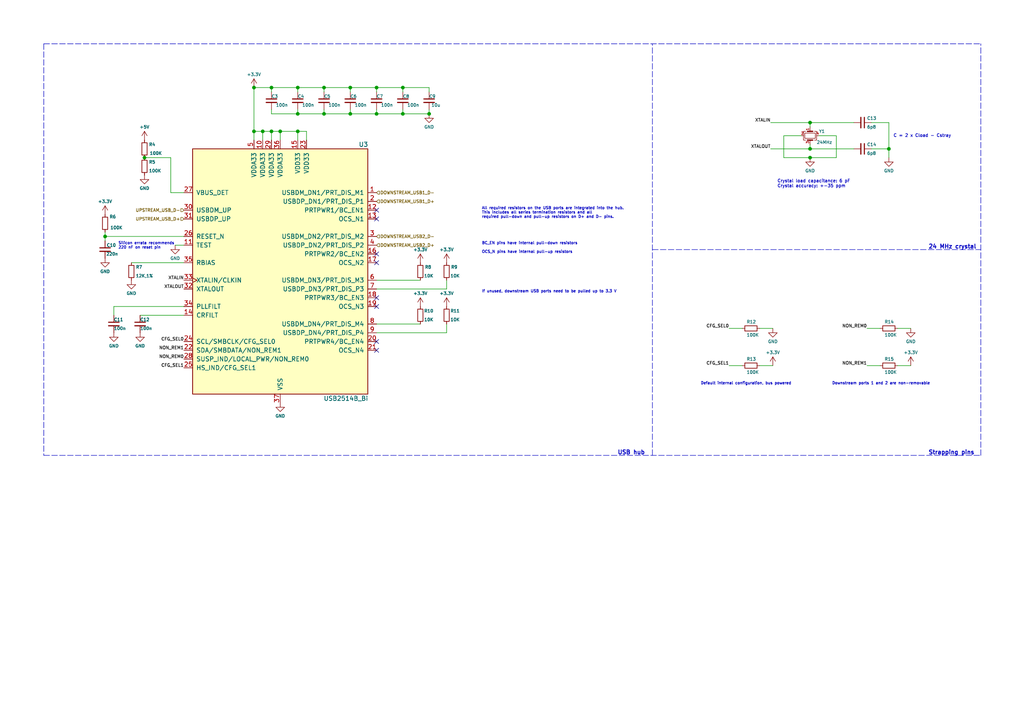
<source format=kicad_sch>
(kicad_sch (version 20211123) (generator eeschema)
  (paper "A4")
  (title_block (title "USB hub") (date "2025-02-16") (rev "1.0") (company "Copyright: Tomislav Milkovic"))
  (lib_symbols
    (symbol "Device:C_Small" (pin_numbers hide) (pin_names (offset 0.254) hide)
      (property "Reference" "C" (at 0.254 1.778 0))
      (property "Value" "C_Small" (at 0.254 -2.032 0))
      (symbol "C_Small_0_1"
        (polyline (pts (xy -1.524 -0.508) (xy 1.524 -0.508)) (stroke (width 0.3302)))
        (polyline (pts (xy -1.524 0.508) (xy 1.524 0.508)) (stroke (width 0.3048)))
      )
      (symbol "C_Small_1_1"
        (pin passive line (at 0 2.54 270) (length 2.032) (name "~") (number "1"))
        (pin passive line (at 0 -2.54 90) (length 2.032) (name "~") (number "2"))
      )
    )
    (symbol "Device:Crystal_GND24_Small" (pin_names (offset 1.016) hide)
      (property "Reference" "Y" (at 1.27 4.445 0))
      (property "Value" "Crystal_GND24_Small" (at 1.27 2.54 0))
      (symbol "Crystal_GND24_Small_0_1"
        (rectangle (start -0.762 -1.524) (end 0.762 1.524))
        (polyline (pts (xy -1.27 -0.762) (xy -1.27 0.762)) (stroke (width 0.381)))
        (polyline (pts (xy 1.27 -0.762) (xy 1.27 0.762)) (stroke (width 0.381)))
        (polyline (pts (xy -1.27 -1.27) (xy -1.27 -1.905) (xy 1.27 -1.905) (xy 1.27 -1.27)))
        (polyline (pts (xy -1.27 1.27) (xy -1.27 1.905) (xy 1.27 1.905) (xy 1.27 1.27)))
      )
      (symbol "Crystal_GND24_Small_1_1"
        (pin passive line (at -2.54 0 0) (length 1.27) (name "1") (number "1"))
        (pin passive line (at 0 -2.54 90) (length 0.635) (name "2") (number "2"))
        (pin passive line (at 2.54 0 180) (length 1.27) (name "3") (number "3"))
        (pin passive line (at 0 2.54 270) (length 0.635) (name "4") (number "4"))
      )
    )
    (symbol "Device:R_Small" (pin_numbers hide) (pin_names (offset 0.254) hide)
      (property "Reference" "R" (at 0.762 0.508 0))
      (property "Value" "R_Small" (at 0.762 -1.016 0))
      (symbol "R_Small_0_1"
        (rectangle (start -0.762 1.778) (end 0.762 -1.778) (stroke (width 0.2032)))
      )
      (symbol "R_Small_1_1"
        (pin passive line (at 0 2.54 270) (length 0.762) (name "~") (number "1"))
        (pin passive line (at 0 -2.54 90) (length 0.762) (name "~") (number "2"))
      )
    )
    (symbol "Interface_USB:USB2514B_Bi" (pin_names (offset 1.016))
      (property "Reference" "U" (at -17.78 40.64 0))
      (property "Value" "USB2514B_Bi" (at -20.32 38.1 0))
      (symbol "USB2514B_Bi_0_1"
        (rectangle (start -25.4 35.56) (end 25.4 -35.56) (stroke (width 0.254)) (fill (type background)))
      )
      (symbol "USB2514B_Bi_1_1"
        (pin bidirectional line (at 27.94 22.86 180) (length 2.54) (name "USBDM_DN1/PRT_DIS_M1") (number "1"))
        (pin power_in line (at -5.08 38.1 270) (length 2.54) (name "VDDA33") (number "10"))
        (pin input line (at -27.94 7.62 0) (length 2.54) (name "TEST") (number "11"))
        (pin bidirectional line (at 27.94 17.78 180) (length 2.54) (name "PRTPWR1/BC_EN1") (number "12"))
        (pin input line (at 27.94 15.24 180) (length 2.54) (name "OCS_N1") (number "13"))
        (pin input line (at -27.94 -12.7 0) (length 2.54) (name "CRFILT") (number "14"))
        (pin power_in line (at 5.08 38.1 270) (length 2.54) (name "VDD33") (number "15"))
        (pin bidirectional line (at 27.94 5.08 180) (length 2.54) (name "PRTPWR2/BC_EN2") (number "16"))
        (pin input line (at 27.94 2.54 180) (length 2.54) (name "OCS_N2") (number "17"))
        (pin bidirectional line (at 27.94 -7.62 180) (length 2.54) (name "PRTPWR3/BC_EN3") (number "18"))
        (pin input line (at 27.94 -10.16 180) (length 2.54) (name "OCS_N3") (number "19"))
        (pin bidirectional line (at 27.94 20.32 180) (length 2.54) (name "USBDP_DN1/PRT_DIS_P1") (number "2"))
        (pin bidirectional line (at 27.94 -20.32 180) (length 2.54) (name "PRTPWR4/BC_EN4") (number "20"))
        (pin input line (at 27.94 -22.86 180) (length 2.54) (name "OCS_N4") (number "21"))
        (pin bidirectional line (at -27.94 -22.86 0) (length 2.54) (name "SDA/SMBDATA/NON_REM1") (number "22"))
        (pin power_in line (at 7.62 38.1 270) (length 2.54) (name "VDD33") (number "23"))
        (pin bidirectional line (at -27.94 -20.32 0) (length 2.54) (name "SCL/SMBCLK/CFG_SEL0") (number "24"))
        (pin bidirectional line (at -27.94 -27.94 0) (length 2.54) (name "HS_IND/CFG_SEL1") (number "25"))
        (pin input line (at -27.94 10.16 0) (length 2.54) (name "RESET_N") (number "26"))
        (pin input line (at -27.94 22.86 0) (length 2.54) (name "VBUS_DET") (number "27"))
        (pin bidirectional line (at -27.94 -25.4 0) (length 2.54) (name "SUSP_IND/LOCAL_PWR/NON_REM0") (number "28"))
        (pin power_in line (at -2.54 38.1 270) (length 2.54) (name "VDDA33") (number "29"))
        (pin bidirectional line (at 27.94 10.16 180) (length 2.54) (name "USBDM_DN2/PRT_DIS_M2") (number "3"))
        (pin bidirectional line (at -27.94 17.78 0) (length 2.54) (name "USBDM_UP") (number "30"))
        (pin bidirectional line (at -27.94 15.24 0) (length 2.54) (name "USBDP_UP") (number "31"))
        (pin output line (at -27.94 -5.08 0) (length 2.54) (name "XTALOUT") (number "32"))
        (pin input clock (at -27.94 -2.54 0) (length 2.54) (name "XTALIN/CLKIN") (number "33"))
        (pin input line (at -27.94 -10.16 0) (length 2.54) (name "PLLFILT") (number "34"))
        (pin input line (at -27.94 2.54 0) (length 2.54) (name "RBIAS") (number "35"))
        (pin power_in line (at 0 38.1 270) (length 2.54) (name "VDDA33") (number "36"))
        (pin power_in line (at 0 -38.1 90) (length 2.54) (name "VSS") (number "37"))
        (pin bidirectional line (at 27.94 7.62 180) (length 2.54) (name "USBDP_DN2/PRT_DIS_P2") (number "4"))
        (pin power_in line (at -7.62 38.1 270) (length 2.54) (name "VDDA33") (number "5"))
        (pin bidirectional line (at 27.94 -2.54 180) (length 2.54) (name "USBDM_DN3/PRT_DIS_M3") (number "6"))
        (pin bidirectional line (at 27.94 -5.08 180) (length 2.54) (name "USBDP_DN3/PRT_DIS_P3") (number "7"))
        (pin bidirectional line (at 27.94 -15.24 180) (length 2.54) (name "USBDM_DN4/PRT_DIS_M4") (number "8"))
        (pin bidirectional line (at 27.94 -17.78 180) (length 2.54) (name "USBDP_DN4/PRT_DIS_P4") (number "9"))
      )
    )
    (symbol "power:+3.3V" (power) (pin_names (offset 0))
      (property "Value" "+3.3V" (at 0 3.556 0))
      (symbol "+3.3V_0_1"
        (polyline (pts (xy -0.762 1.27) (xy 0 2.54)))
        (polyline (pts (xy 0 0) (xy 0 2.54)))
        (polyline (pts (xy 0 2.54) (xy 0.762 1.27)))
      )
      (symbol "+3.3V_1_1"
        (pin power_in line (at 0 0 90) (length 0) hide (name "+3.3V") (number "1"))
      )
    )
    (symbol "power:+5V" (power) (pin_names (offset 0))
      (property "Value" "+5V" (at 0 3.556 0))
      (symbol "+5V_0_1"
        (polyline (pts (xy -0.762 1.27) (xy 0 2.54)))
        (polyline (pts (xy 0 0) (xy 0 2.54)))
        (polyline (pts (xy 0 2.54) (xy 0.762 1.27)))
      )
      (symbol "+5V_1_1"
        (pin power_in line (at 0 0 90) (length 0) hide (name "+5V") (number "1"))
      )
    )
    (symbol "power:GND" (power) (pin_names (offset 0))
      (property "Value" "GND" (at 0 -3.81 0))
      (symbol "GND_0_1"
        (polyline (pts (xy 0 0) (xy 0 -1.27) (xy 1.27 -1.27) (xy 0 -2.54) (xy -1.27 -1.27) (xy 0 -1.27)))
      )
      (symbol "GND_1_1"
        (pin power_in line (at 0 0 270) (length 0) hide (name "GND") (number "1"))
      )
    )
  )
  (junction (at 116.84 33.02))
  (junction (at 109.22 25.4))
  (junction (at 101.6 25.4))
  (junction (at 86.36 25.4))
  (junction (at 93.98 25.4))
  (junction (at 109.22 33.02))
  (junction (at 234.95 45.72))
  (junction (at 73.66 25.4))
  (junction (at 93.98 33.02))
  (junction (at 234.95 35.56))
  (junction (at 86.36 38.1))
  (junction (at 101.6 33.02))
  (junction (at 81.28 38.1))
  (junction (at 78.74 25.4))
  (junction (at 257.81 43.18))
  (junction (at 86.36 33.02))
  (junction (at 116.84 25.4))
  (junction (at 78.74 38.1))
  (junction (at 234.95 43.18))
  (junction (at 76.2 38.1))
  (junction (at 73.66 38.1))
  (junction (at 124.46 33.02))
  (junction (at 41.91 45.72))
  (junction (at 30.48 68.58))
  (no_connect (at 109.22 88.9))
  (no_connect (at 109.22 99.06))
  (no_connect (at 109.22 60.96))
  (no_connect (at 109.22 73.66))
  (no_connect (at 109.22 63.5))
  (no_connect (at 109.22 76.2))
  (no_connect (at 109.22 101.6))
  (no_connect (at 109.22 86.36))
  (wire (pts (xy 38.1 76.2) (xy 53.34 76.2)))
  (wire (pts (xy 234.95 35.56) (xy 247.65 35.56)))
  (polyline (pts (xy 189.23 72.39) (xy 284.48 72.39)))
  (wire (pts (xy 30.48 67.31) (xy 30.48 68.58)))
  (wire (pts (xy 86.36 38.1) (xy 88.9 38.1)))
  (wire (pts (xy 234.95 35.56) (xy 223.52 35.56)))
  (wire (pts (xy 81.28 38.1) (xy 86.36 38.1)))
  (wire (pts (xy 101.6 25.4) (xy 109.22 25.4)))
  (wire (pts (xy 86.36 40.64) (xy 86.36 38.1)))
  (wire (pts (xy 109.22 81.28) (xy 121.92 81.28)))
  (wire (pts (xy 81.28 40.64) (xy 81.28 38.1)))
  (wire (pts (xy 49.53 55.88) (xy 53.34 55.88)))
  (wire (pts (xy 78.74 31.75) (xy 78.74 33.02)))
  (wire (pts (xy 257.81 43.18) (xy 257.81 45.72)))
  (wire (pts (xy 242.57 39.37) (xy 242.57 45.72)))
  (wire (pts (xy 101.6 31.75) (xy 101.6 33.02)))
  (wire (pts (xy 116.84 25.4) (xy 116.84 26.67)))
  (wire (pts (xy 124.46 25.4) (xy 124.46 26.67)))
  (wire (pts (xy 73.66 25.4) (xy 78.74 25.4)))
  (wire (pts (xy 78.74 40.64) (xy 78.74 38.1)))
  (wire (pts (xy 78.74 25.4) (xy 86.36 25.4)))
  (wire (pts (xy 220.345 106.045) (xy 224.155 106.045)))
  (wire (pts (xy 93.98 26.67) (xy 93.98 25.4)))
  (wire (pts (xy 251.46 106.045) (xy 255.27 106.045)))
  (wire (pts (xy 234.95 41.91) (xy 234.95 43.18)))
  (wire (pts (xy 260.35 95.25) (xy 264.16 95.25)))
  (polyline (pts (xy 284.48 132.08) (xy 284.48 12.7)))
  (wire (pts (xy 86.36 31.75) (xy 86.36 33.02)))
  (wire (pts (xy 129.54 81.28) (xy 129.54 83.82)))
  (wire (pts (xy 220.345 95.25) (xy 224.155 95.25)))
  (wire (pts (xy 93.98 31.75) (xy 93.98 33.02)))
  (wire (pts (xy 227.33 45.72) (xy 234.95 45.72)))
  (polyline (pts (xy 12.7 12.7) (xy 12.7 132.08)))
  (wire (pts (xy 33.02 88.9) (xy 53.34 88.9)))
  (wire (pts (xy 260.35 106.045) (xy 264.16 106.045)))
  (wire (pts (xy 73.66 38.1) (xy 76.2 38.1)))
  (wire (pts (xy 50.8 71.12) (xy 53.34 71.12)))
  (wire (pts (xy 257.81 35.56) (xy 257.81 43.18)))
  (polyline (pts (xy 189.23 132.08) (xy 189.23 12.7)))
  (wire (pts (xy 227.33 39.37) (xy 227.33 45.72)))
  (wire (pts (xy 40.64 91.44) (xy 53.34 91.44)))
  (wire (pts (xy 227.33 39.37) (xy 232.41 39.37)))
  (wire (pts (xy 93.98 25.4) (xy 101.6 25.4)))
  (wire (pts (xy 252.73 43.18) (xy 257.81 43.18)))
  (wire (pts (xy 251.46 95.25) (xy 255.27 95.25)))
  (wire (pts (xy 101.6 26.67) (xy 101.6 25.4)))
  (wire (pts (xy 88.9 38.1) (xy 88.9 40.64)))
  (wire (pts (xy 234.95 43.18) (xy 223.52 43.18)))
  (wire (pts (xy 109.22 33.02) (xy 116.84 33.02)))
  (wire (pts (xy 76.2 38.1) (xy 78.74 38.1)))
  (wire (pts (xy 116.84 33.02) (xy 124.46 33.02)))
  (wire (pts (xy 30.48 68.58) (xy 53.34 68.58)))
  (wire (pts (xy 109.22 83.82) (xy 129.54 83.82)))
  (wire (pts (xy 109.22 31.75) (xy 109.22 33.02)))
  (wire (pts (xy 237.49 39.37) (xy 242.57 39.37)))
  (wire (pts (xy 234.95 36.83) (xy 234.95 35.56)))
  (wire (pts (xy 86.36 25.4) (xy 93.98 25.4)))
  (wire (pts (xy 41.91 45.72) (xy 49.53 45.72)))
  (wire (pts (xy 73.66 25.4) (xy 73.66 38.1)))
  (wire (pts (xy 30.48 69.85) (xy 30.48 68.58)))
  (wire (pts (xy 76.2 40.64) (xy 76.2 38.1)))
  (wire (pts (xy 124.46 33.02) (xy 124.46 31.75)))
  (wire (pts (xy 109.22 93.98) (xy 121.92 93.98)))
  (wire (pts (xy 109.22 96.52) (xy 129.54 96.52)))
  (polyline (pts (xy 12.7 132.08) (xy 284.48 132.08)))
  (wire (pts (xy 101.6 33.02) (xy 109.22 33.02)))
  (wire (pts (xy 234.95 43.18) (xy 247.65 43.18)))
  (wire (pts (xy 78.74 26.67) (xy 78.74 25.4)))
  (wire (pts (xy 234.95 45.72) (xy 242.57 45.72)))
  (wire (pts (xy 73.66 40.64) (xy 73.66 38.1)))
  (wire (pts (xy 109.22 25.4) (xy 109.22 26.67)))
  (wire (pts (xy 33.02 88.9) (xy 33.02 91.44)))
  (wire (pts (xy 93.98 33.02) (xy 101.6 33.02)))
  (wire (pts (xy 78.74 33.02) (xy 86.36 33.02)))
  (wire (pts (xy 49.53 45.72) (xy 49.53 55.88)))
  (wire (pts (xy 78.74 38.1) (xy 81.28 38.1)))
  (wire (pts (xy 86.36 33.02) (xy 93.98 33.02)))
  (wire (pts (xy 211.455 95.25) (xy 215.265 95.25)))
  (wire (pts (xy 129.54 96.52) (xy 129.54 93.98)))
  (wire (pts (xy 116.84 25.4) (xy 124.46 25.4)))
  (wire (pts (xy 211.455 106.045) (xy 215.265 106.045)))
  (wire (pts (xy 116.84 31.75) (xy 116.84 33.02)))
  (wire (pts (xy 257.81 35.56) (xy 252.73 35.56)))
  (wire (pts (xy 109.22 25.4) (xy 116.84 25.4)))
  (polyline (pts (xy 12.7 12.7) (xy 284.48 12.7)))
  (wire (pts (xy 86.36 26.67) (xy 86.36 25.4)))
  (text "Strapping pins" (at 269.24 132.08 0) (effects (font (size 1.1938 1.1938) (thickness 0.2388) bold) (justify left bottom)))
  (text "C = 2 x Cload - Cstray" (at 259.08 40.005 0) (effects (font (size 0.889 0.889)) (justify left bottom)))
  (text "USB hub" (at 179.07 132.08 0) (effects (font (size 1.1938 1.1938) (thickness 0.2388) bold) (justify left bottom)))
  (text "24 MHz crystal" (at 269.24 72.39 0) (effects (font (size 1.1938 1.1938) (thickness 0.2388) bold) (justify left bottom)))
  (text "BC_EN pins have internal pull-down resistors" (at 139.7 71.12 0) (effects (font (size 0.7874 0.7874)) (justify left bottom)))
  (text "Downstream ports 1 and 2 are non-removable" (at 241.3 111.76 0) (effects (font (size 0.7874 0.7874)) (justify left bottom)))
  (text "Silicon errata recommends\n220 nF on reset pin" (at 34.29 72.39 0) (effects (font (size 0.7874 0.7874)) (justify left bottom)))
  (text "All required resistors on the USB ports are integrated into the hub.\nThis includes all series termination resistors and all\nrequired pull-down and pull-up resistors on D+ and D- pins." (at 139.7 63.5 0) (effects (font (size 0.7874 0.7874)) (justify left bottom)))
  (text "If unused, downstream USB ports need to be pulled up to 3.3 V" (at 139.7 85.09 0) (effects (font (size 0.7874 0.7874)) (justify left bottom)))
  (text "Default internal configuration, bus powered" (at 203.2 111.76 0) (effects (font (size 0.7874 0.7874)) (justify left bottom)))
  (text "OCS_N pins have internal pull-up resistors" (at 139.7 73.66 0) (effects (font (size 0.7874 0.7874)) (justify left bottom)))
  (text "Crystal load capacitance: 6 pF\nCrystal accuracy: +-35 ppm" (at 225.425 54.61 0) (effects (font (size 0.889 0.889)) (justify left bottom)))
  (label "XTALIN" (at 223.52 35.56 180) (effects (font (size 0.889 0.889))))
  (label "CFG_SEL1" (at 211.455 106.045 180) (effects (font (size 0.889 0.889))))
  (label "NON_REM0" (at 53.34 104.14 180) (effects (font (size 0.889 0.889))))
  (label "XTALOUT" (at 53.34 83.82 180) (effects (font (size 0.889 0.889))))
  (label "NON_REM1" (at 251.46 106.045 180) (effects (font (size 0.889 0.889))))
  (label "NON_REM1" (at 53.34 101.6 180) (effects (font (size 0.889 0.889))))
  (label "CFG_SEL0" (at 211.455 95.25 180) (effects (font (size 0.889 0.889))))
  (label "NON_REM0" (at 251.46 95.25 180) (effects (font (size 0.889 0.889))))
  (label "CFG_SEL1" (at 53.34 106.68 180) (effects (font (size 0.889 0.889))))
  (label "XTALIN" (at 53.34 81.28 180) (effects (font (size 0.889 0.889))))
  (label "XTALOUT" (at 223.52 43.18 180) (effects (font (size 0.889 0.889))))
  (label "CFG_SEL0" (at 53.34 99.06 180) (effects (font (size 0.889 0.889))))
  (hierarchical_label "DOWNSTREAM_USB2_D-" (shape input) (at 109.22 68.58 0) (effects (font (size 0.889 0.889))))
  (hierarchical_label "UPSTREAM_USB_D-" (shape input) (at 53.34 60.96 180) (effects (font (size 0.889 0.889))))
  (hierarchical_label "DOWNSTREAM_USB1_D+" (shape input) (at 109.22 58.42 0) (effects (font (size 0.889 0.889))))
  (hierarchical_label "UPSTREAM_USB_D+" (shape input) (at 53.34 63.5 180) (effects (font (size 0.889 0.889))))
  (hierarchical_label "DOWNSTREAM_USB2_D+" (shape input) (at 109.22 71.12 0) (effects (font (size 0.889 0.889))))
  (hierarchical_label "DOWNSTREAM_USB1_D-" (shape input) (at 109.22 55.88 0) (effects (font (size 0.889 0.889))))
  (symbol (lib_id "Interface_USB:USB2514B_Bi") (at 81.28 78.74 0) (unit 1)
    (property "Reference" "U3" (at 105.41 41.91 0))
    (property "Value" "USB2514B_Bi" (at 100.33 115.57 0))
    (property "Footprint" "Package_DFN_QFN:QFN-36-1EP_6x6mm_P0.5mm_EP3.7x3.7mm" (effects hide))
    (property "Datasheet" "http://ww1.microchip.com/downloads/en/DeviceDoc/00001692C.pdf" (effects hide))
    (property "LCSC" "C220679" (effects hide))
  )
  (symbol (lib_id "power:GND") (at 81.28 116.84 0) (unit 1)
    (property "Reference" "#PWR010" (effects hide))
    (property "Value" "GND" (at 81.28 120.65 0) (effects (font (size 0.889 0.889))))
  )
  (symbol (lib_id "power:GND") (at 124.46 33.02 0) (unit 1)
    (property "Reference" "#PWR013" (effects hide))
    (property "Value" "GND" (at 124.46 36.83 0) (effects (font (size 0.889 0.889))))
  )
  (symbol (lib_id "Device:C_Small") (at 109.22 29.21 0) (unit 1)
    (property "Reference" "C7" (at 109.22 27.94 0) (effects (font (size 0.889 0.889)) (justify left)))
    (property "Value" "100n" (at 110.49 30.48 0) (effects (font (size 0.889 0.889)) (justify left)))
    (property "Footprint" "Capacitor_SMD:C_0402_1005Metric" (effects hide))
    (property "Datasheet" "https://datasheet.lcsc.com/lcsc/1810191222_Samsung-Electro-Mechanics-CL05B104KB54PNC_C307331.pdf" (effects hide))
    (property "LCSC" "C307331" (effects hide))
  )
  (symbol (lib_id "Device:C_Small") (at 116.84 29.21 0) (unit 1)
    (property "Reference" "C8" (at 116.84 27.94 0) (effects (font (size 0.889 0.889)) (justify left)))
    (property "Value" "100n" (at 118.11 30.48 0) (effects (font (size 0.889 0.889)) (justify left)))
    (property "Footprint" "Capacitor_SMD:C_0402_1005Metric" (effects hide))
    (property "Datasheet" "https://datasheet.lcsc.com/lcsc/2004251506_Murata-Electronics-GRM21BR61H106KE43L_C440198.pdf" (effects hide))
    (property "LCSC" "C307331" (effects hide))
  )
  (symbol (lib_id "Device:C_Small") (at 101.6 29.21 0) (unit 1)
    (property "Reference" "C6" (at 101.6 27.94 0) (effects (font (size 0.889 0.889)) (justify left)))
    (property "Value" "100n" (at 102.87 30.48 0) (effects (font (size 0.889 0.889)) (justify left)))
    (property "Footprint" "Capacitor_SMD:C_0402_1005Metric" (effects hide))
    (property "Datasheet" "https://datasheet.lcsc.com/lcsc/1810191222_Samsung-Electro-Mechanics-CL05B104KB54PNC_C307331.pdf" (effects hide))
    (property "LCSC" "C307331" (effects hide))
  )
  (symbol (lib_id "Device:C_Small") (at 93.98 29.21 0) (unit 1)
    (property "Reference" "C5" (at 93.98 27.94 0) (effects (font (size 0.889 0.889)) (justify left)))
    (property "Value" "100n" (at 95.25 30.48 0) (effects (font (size 0.889 0.889)) (justify left)))
    (property "Footprint" "Capacitor_SMD:C_0402_1005Metric" (effects hide))
    (property "Datasheet" "https://datasheet.lcsc.com/lcsc/1810191222_Samsung-Electro-Mechanics-CL05B104KB54PNC_C307331.pdf" (effects hide))
    (property "LCSC" "C307331" (effects hide))
  )
  (symbol (lib_id "Device:C_Small") (at 86.36 29.21 0) (unit 1)
    (property "Reference" "C4" (at 86.36 27.94 0) (effects (font (size 0.889 0.889)) (justify left)))
    (property "Value" "100n" (at 87.63 30.48 0) (effects (font (size 0.889 0.889)) (justify left)))
    (property "Footprint" "Capacitor_SMD:C_0402_1005Metric" (effects hide))
    (property "Datasheet" "https://datasheet.lcsc.com/lcsc/1810191222_Samsung-Electro-Mechanics-CL05B104KB54PNC_C307331.pdf" (effects hide))
    (property "LCSC" "C307331" (effects hide))
  )
  (symbol (lib_id "Device:C_Small") (at 78.74 29.21 0) (unit 1)
    (property "Reference" "C3" (at 78.74 27.94 0) (effects (font (size 0.889 0.889)) (justify left)))
    (property "Value" "100n" (at 80.01 30.48 0) (effects (font (size 0.889 0.889)) (justify left)))
    (property "Footprint" "Capacitor_SMD:C_0402_1005Metric" (effects hide))
    (property "Datasheet" "https://datasheet.lcsc.com/lcsc/1810191222_Samsung-Electro-Mechanics-CL05B104KB54PNC_C307331.pdf" (effects hide))
    (property "LCSC" "C307331" (effects hide))
  )
  (symbol (lib_id "power:+3.3V") (at 73.66 25.4 0) (unit 1)
    (property "Reference" "#PWR09" (effects hide))
    (property "Value" "+3.3V" (at 73.66 21.59 0) (effects (font (size 0.889 0.889))))
  )
  (symbol (lib_id "Device:C_Small") (at 124.46 29.21 0) (unit 1)
    (property "Reference" "C9" (at 124.46 27.94 0) (effects (font (size 0.889 0.889)) (justify left)))
    (property "Value" "10u" (at 125.095 30.48 0) (effects (font (size 0.889 0.889)) (justify left)))
    (property "Footprint" "Capacitor_SMD:C_0603_1608Metric" (effects hide))
    (property "Datasheet" "https://datasheet.lcsc.com/lcsc/2004251506_Murata-Electronics-GRM21BR61H106KE43L_C440198.pdf" (effects hide))
    (property "LCSC" "C19702" (effects hide))
  )
  (symbol (lib_id "Device:C_Small") (at 33.02 93.98 0) (unit 1)
    (property "Reference" "C11" (at 33.02 92.71 0) (effects (font (size 0.889 0.889)) (justify left)))
    (property "Value" "100n" (at 33.02 95.25 0) (effects (font (size 0.889 0.889)) (justify left)))
    (property "Footprint" "Capacitor_SMD:C_0402_1005Metric" (effects hide))
    (property "Datasheet" "https://datasheet.lcsc.com/lcsc/1810191222_Samsung-Electro-Mechanics-CL05B104KB54PNC_C307331.pdf" (effects hide))
    (property "LCSC" "C307331" (effects hide))
  )
  (symbol (lib_id "Device:C_Small") (at 40.64 93.98 0) (unit 1)
    (property "Reference" "C12" (at 40.64 92.71 0) (effects (font (size 0.889 0.889)) (justify left)))
    (property "Value" "100n" (at 40.64 95.25 0) (effects (font (size 0.889 0.889)) (justify left)))
    (property "Footprint" "Capacitor_SMD:C_0402_1005Metric" (effects hide))
    (property "Datasheet" "https://datasheet.lcsc.com/lcsc/1810191222_Samsung-Electro-Mechanics-CL05B104KB54PNC_C307331.pdf" (effects hide))
    (property "LCSC" "C307331" (effects hide))
  )
  (symbol (lib_id "power:GND") (at 40.64 96.52 0) (unit 1)
    (property "Reference" "#PWR05" (effects hide))
    (property "Value" "GND" (at 40.64 100.33 0) (effects (font (size 0.889 0.889))))
  )
  (symbol (lib_id "power:GND") (at 33.02 96.52 0) (unit 1)
    (property "Reference" "#PWR03" (effects hide))
    (property "Value" "GND" (at 33.02 100.33 0) (effects (font (size 0.889 0.889))))
  )
  (symbol (lib_id "Device:R_Small") (at 217.805 95.25 270) (unit 1)
    (property "Reference" "R12" (at 216.535 93.345 90) (effects (font (size 0.889 0.889)) (justify left)))
    (property "Value" "100K" (at 216.535 97.155 90) (effects (font (size 0.889 0.889)) (justify left)))
    (property "Footprint" "Resistor_SMD:R_0402_1005Metric" (effects hide))
    (property "Datasheet" "https://datasheet.lcsc.com/lcsc/2206010130_UNI-ROYAL-Uniroyal-Elec-0603WAF1001T5E_C21190.pdf" (effects hide))
    (property "LCSC" "C25741" (effects hide))
  )
  (symbol (lib_id "power:GND") (at 224.155 95.25 0) (unit 1)
    (property "Reference" "#PWR017" (effects hide))
    (property "Value" "GND" (at 224.155 99.06 0) (effects (font (size 0.889 0.889))))
  )
  (symbol (lib_id "power:+3.3V") (at 121.92 76.2 0) (unit 1)
    (property "Reference" "#PWR011" (effects hide))
    (property "Value" "+3.3V" (at 121.92 72.39 0) (effects (font (size 0.889 0.889))))
  )
  (symbol (lib_id "power:+3.3V") (at 129.54 76.2 0) (unit 1)
    (property "Reference" "#PWR014" (effects hide))
    (property "Value" "+3.3V" (at 129.54 72.39 0) (effects (font (size 0.889 0.889))))
  )
  (symbol (lib_id "power:+3.3V") (at 121.92 88.9 0) (unit 1)
    (property "Reference" "#PWR012" (effects hide))
    (property "Value" "+3.3V" (at 121.92 85.09 0) (effects (font (size 0.889 0.889))))
  )
  (symbol (lib_id "power:+3.3V") (at 129.54 88.9 0) (unit 1)
    (property "Reference" "#PWR015" (effects hide))
    (property "Value" "+3.3V" (at 129.54 85.09 0) (effects (font (size 0.889 0.889))))
  )
  (symbol (lib_id "Device:R_Small") (at 41.91 48.26 0) (unit 1)
    (property "Reference" "R5" (at 43.18 46.99 0) (effects (font (size 0.889 0.889)) (justify left)))
    (property "Value" "100K" (at 43.18 49.53 0) (effects (font (size 0.889 0.889)) (justify left)))
    (property "Footprint" "Resistor_SMD:R_0402_1005Metric" (effects hide))
    (property "Datasheet" "https://datasheet.lcsc.com/lcsc/2206010130_UNI-ROYAL-Uniroyal-Elec-0603WAF1001T5E_C21190.pdf" (effects hide))
    (property "LCSC" "C25741" (effects hide))
  )
  (symbol (lib_id "power:GND") (at 41.91 50.8 0) (unit 1)
    (property "Reference" "#PWR07" (effects hide))
    (property "Value" "GND" (at 41.91 54.61 0) (effects (font (size 0.889 0.889))))
  )
  (symbol (lib_id "Device:R_Small") (at 41.91 43.18 180) (unit 1)
    (property "Reference" "R4" (at 45.085 41.91 0) (effects (font (size 0.889 0.889)) (justify left)))
    (property "Value" "100K" (at 46.99 44.45 0) (effects (font (size 0.889 0.889)) (justify left)))
    (property "Footprint" "Resistor_SMD:R_0402_1005Metric" (effects hide))
    (property "Datasheet" "https://datasheet.lcsc.com/lcsc/2206010130_UNI-ROYAL-Uniroyal-Elec-0603WAF1001T5E_C21190.pdf" (effects hide))
    (property "LCSC" "C25741" (effects hide))
  )
  (symbol (lib_id "power:+5V") (at 41.91 40.64 0) (unit 1)
    (property "Reference" "#PWR06" (effects hide))
    (property "Value" "+5V" (at 41.91 36.83 0) (effects (font (size 0.889 0.889))))
  )
  (symbol (lib_id "power:GND") (at 30.48 74.93 0) (mirror y) (unit 1)
    (property "Reference" "#PWR02" (effects hide))
    (property "Value" "GND" (at 30.48 78.74 0) (effects (font (size 0.889 0.889))))
  )
  (symbol (lib_id "Device:C_Small") (at 30.48 72.39 0) (mirror y) (unit 1)
    (property "Reference" "C10" (at 33.655 71.12 0) (effects (font (size 0.889 0.889)) (justify left)))
    (property "Value" "220n" (at 34.29 73.66 0) (effects (font (size 0.889 0.889)) (justify left)))
    (property "Footprint" "Capacitor_SMD:C_0402_1005Metric" (effects hide))
    (property "Datasheet" "https://datasheet.lcsc.com/lcsc/1811091611_Samsung-Electro-Mechanics-CL05A105KA5NQNC_C52923.pdf" (effects hide))
    (property "LCSC" "C16772" (effects hide))
  )
  (symbol (lib_id "power:+3.3V") (at 30.48 62.23 0) (mirror y) (unit 1)
    (property "Reference" "#PWR01" (effects hide))
    (property "Value" "+3.3V" (at 30.48 58.42 0) (effects (font (size 0.889 0.889))))
  )
  (symbol (lib_id "Device:R_Small") (at 30.48 64.77 0) (mirror y) (unit 1)
    (property "Reference" "R6" (at 33.655 62.865 0) (effects (font (size 0.889 0.889)) (justify left)))
    (property "Value" "100K" (at 35.56 66.04 0) (effects (font (size 0.889 0.889)) (justify left)))
    (property "Footprint" "Resistor_SMD:R_0402_1005Metric" (effects hide))
    (property "Datasheet" "https://datasheet.lcsc.com/lcsc/2206010100_UNI-ROYAL-Uniroyal-Elec-0402WGF1002TCE_C25744.pdf" (effects hide))
    (property "LCSC" "C25741" (effects hide))
  )
  (symbol (lib_id "power:GND") (at 38.1 81.28 0) (mirror y) (unit 1)
    (property "Reference" "#PWR04" (effects hide))
    (property "Value" "GND" (at 38.1 85.09 0) (effects (font (size 0.889 0.889))))
  )
  (symbol (lib_id "Device:R_Small") (at 38.1 78.74 0) (unit 1)
    (property "Reference" "R7" (at 39.37 77.47 0) (effects (font (size 0.889 0.889)) (justify left)))
    (property "Value" "12K,1%" (at 39.37 80.01 0) (effects (font (size 0.889 0.889)) (justify left)))
    (property "Footprint" "Resistor_SMD:R_0402_1005Metric" (effects hide))
    (property "Datasheet" "https://datasheet.lcsc.com/lcsc/2206010130_UNI-ROYAL-Uniroyal-Elec-0603WAF1001T5E_C21190.pdf" (effects hide))
    (property "LCSC" "C25752" (effects hide))
  )
  (symbol (lib_id "power:GND") (at 50.8 71.12 0) (mirror y) (unit 1)
    (property "Reference" "#PWR08" (effects hide))
    (property "Value" "GND" (at 50.8 74.93 0) (effects (font (size 0.889 0.889))))
  )
  (symbol (lib_id "Device:R_Small") (at 217.805 106.045 270) (unit 1)
    (property "Reference" "R13" (at 216.535 104.14 90) (effects (font (size 0.889 0.889)) (justify left)))
    (property "Value" "100K" (at 216.535 107.95 90) (effects (font (size 0.889 0.889)) (justify left)))
    (property "Footprint" "Resistor_SMD:R_0402_1005Metric" (effects hide))
    (property "Datasheet" "https://datasheet.lcsc.com/lcsc/2206010130_UNI-ROYAL-Uniroyal-Elec-0603WAF1001T5E_C21190.pdf" (effects hide))
    (property "LCSC" "C25741" (effects hide))
  )
  (symbol (lib_id "power:+3.3V") (at 224.155 106.045 0) (mirror y) (unit 1)
    (property "Reference" "#PWR016" (effects hide))
    (property "Value" "+3.3V" (at 224.155 102.235 0) (effects (font (size 0.889 0.889))))
  )
  (symbol (lib_id "Device:R_Small") (at 257.81 95.25 270) (unit 1)
    (property "Reference" "R14" (at 256.54 93.345 90) (effects (font (size 0.889 0.889)) (justify left)))
    (property "Value" "100K" (at 256.54 97.155 90) (effects (font (size 0.889 0.889)) (justify left)))
    (property "Footprint" "Resistor_SMD:R_0402_1005Metric" (effects hide))
    (property "Datasheet" "https://datasheet.lcsc.com/lcsc/2206010130_UNI-ROYAL-Uniroyal-Elec-0603WAF1001T5E_C21190.pdf" (effects hide))
    (property "LCSC" "C25741" (effects hide))
  )
  (symbol (lib_id "power:GND") (at 264.16 95.25 0) (unit 1)
    (property "Reference" "#PWR021" (effects hide))
    (property "Value" "GND" (at 264.16 99.06 0) (effects (font (size 0.889 0.889))))
  )
  (symbol (lib_id "Device:R_Small") (at 257.81 106.045 270) (unit 1)
    (property "Reference" "R15" (at 256.54 104.14 90) (effects (font (size 0.889 0.889)) (justify left)))
    (property "Value" "100K" (at 256.54 107.95 90) (effects (font (size 0.889 0.889)) (justify left)))
    (property "Footprint" "Resistor_SMD:R_0402_1005Metric" (effects hide))
    (property "Datasheet" "https://datasheet.lcsc.com/lcsc/2206010130_UNI-ROYAL-Uniroyal-Elec-0603WAF1001T5E_C21190.pdf" (effects hide))
    (property "LCSC" "C25741" (effects hide))
  )
  (symbol (lib_id "power:+3.3V") (at 264.16 106.045 0) (mirror y) (unit 1)
    (property "Reference" "#PWR020" (effects hide))
    (property "Value" "+3.3V" (at 264.16 102.235 0) (effects (font (size 0.889 0.889))))
  )
  (symbol (lib_id "Device:R_Small") (at 121.92 91.44 180) (unit 1)
    (property "Reference" "R10" (at 125.73 90.17 0) (effects (font (size 0.889 0.889)) (justify left)))
    (property "Value" "10K" (at 125.73 92.71 0) (effects (font (size 0.889 0.889)) (justify left)))
    (property "Footprint" "Resistor_SMD:R_0402_1005Metric" (effects hide))
    (property "Datasheet" "https://datasheet.lcsc.com/lcsc/2206010130_UNI-ROYAL-Uniroyal-Elec-0603WAF1001T5E_C21190.pdf" (effects hide))
    (property "LCSC" "C25744" (effects hide))
  )
  (symbol (lib_id "Device:R_Small") (at 129.54 91.44 180) (unit 1)
    (property "Reference" "R11" (at 133.35 90.17 0) (effects (font (size 0.889 0.889)) (justify left)))
    (property "Value" "10K" (at 133.35 92.71 0) (effects (font (size 0.889 0.889)) (justify left)))
    (property "Footprint" "Resistor_SMD:R_0402_1005Metric" (effects hide))
    (property "Datasheet" "https://datasheet.lcsc.com/lcsc/2206010130_UNI-ROYAL-Uniroyal-Elec-0603WAF1001T5E_C21190.pdf" (effects hide))
    (property "LCSC" "C25744" (effects hide))
  )
  (symbol (lib_id "Device:R_Small") (at 121.92 78.74 180) (unit 1)
    (property "Reference" "R8" (at 125.095 77.47 0) (effects (font (size 0.889 0.889)) (justify left)))
    (property "Value" "10K" (at 125.73 80.01 0) (effects (font (size 0.889 0.889)) (justify left)))
    (property "Footprint" "Resistor_SMD:R_0402_1005Metric" (effects hide))
    (property "Datasheet" "https://datasheet.lcsc.com/lcsc/2206010130_UNI-ROYAL-Uniroyal-Elec-0603WAF1001T5E_C21190.pdf" (effects hide))
    (property "LCSC" "C25744" (effects hide))
  )
  (symbol (lib_id "Device:R_Small") (at 129.54 78.74 180) (unit 1)
    (property "Reference" "R9" (at 132.715 77.47 0) (effects (font (size 0.889 0.889)) (justify left)))
    (property "Value" "10K" (at 133.35 80.01 0) (effects (font (size 0.889 0.889)) (justify left)))
    (property "Footprint" "Resistor_SMD:R_0402_1005Metric" (effects hide))
    (property "Datasheet" "https://datasheet.lcsc.com/lcsc/2206010130_UNI-ROYAL-Uniroyal-Elec-0603WAF1001T5E_C21190.pdf" (effects hide))
    (property "LCSC" "C25744" (effects hide))
  )
  (symbol (lib_id "power:GND") (at 257.81 45.72 0) (unit 1)
    (property "Reference" "#PWR019" (effects hide))
    (property "Value" "GND" (at 257.81 49.53 0) (effects (font (size 0.889 0.889))))
  )
  (symbol (lib_id "Device:C_Small") (at 250.19 35.56 270) (unit 1)
    (property "Reference" "C13" (at 251.46 34.29 90) (effects (font (size 0.889 0.889)) (justify left)))
    (property "Value" "6p8" (at 251.46 36.83 90) (effects (font (size 0.889 0.889)) (justify left)))
    (property "Footprint" "Capacitor_SMD:C_0402_1005Metric" (effects hide))
    (property "Datasheet" "https://datasheet.lcsc.com/lcsc/1810191222_Samsung-Electro-Mechanics-CL05B104KB54PNC_C307331.pdf" (effects hide))
    (property "LCSC" "C1576" (effects hide))
  )
  (symbol (lib_id "Device:C_Small") (at 250.19 43.18 270) (unit 1)
    (property "Reference" "C14" (at 251.46 41.91 90) (effects (font (size 0.889 0.889)) (justify left)))
    (property "Value" "6p8" (at 251.46 44.45 90) (effects (font (size 0.889 0.889)) (justify left)))
    (property "Footprint" "Capacitor_SMD:C_0402_1005Metric" (effects hide))
    (property "Datasheet" "https://datasheet.lcsc.com/lcsc/1810191222_Samsung-Electro-Mechanics-CL05B104KB54PNC_C307331.pdf" (effects hide))
    (property "LCSC" "C1576" (effects hide))
  )
  (symbol (lib_id "power:GND") (at 234.95 45.72 0) (unit 1)
    (property "Reference" "#PWR018" (effects hide))
    (property "Value" "GND" (at 234.95 49.53 0) (effects (font (size 0.889 0.889))))
  )
  (symbol (lib_id "Device:Crystal_GND24_Small") (at 234.95 39.37 270) (unit 1)
    (property "Reference" "Y1" (at 237.49 38.1 90) (effects (font (size 0.889 0.889)) (justify left)))
    (property "Value" "24MHz" (at 236.855 41.275 90) (effects (font (size 0.889 0.889)) (justify left)))
    (property "Footprint" "Crystal:Crystal_SMD_2016-4Pin_2.0x1.6mm" (effects hide))
    (property "Datasheet" "https://www.lcsc.com/datasheet/lcsc_datasheet_2304140030_Murata-Electronics-XRCGB24M000F3A00R0_C194420.pdf" (effects hide))
    (property "LCSC" "C194420" (effects hide))
  )
)
</source>
